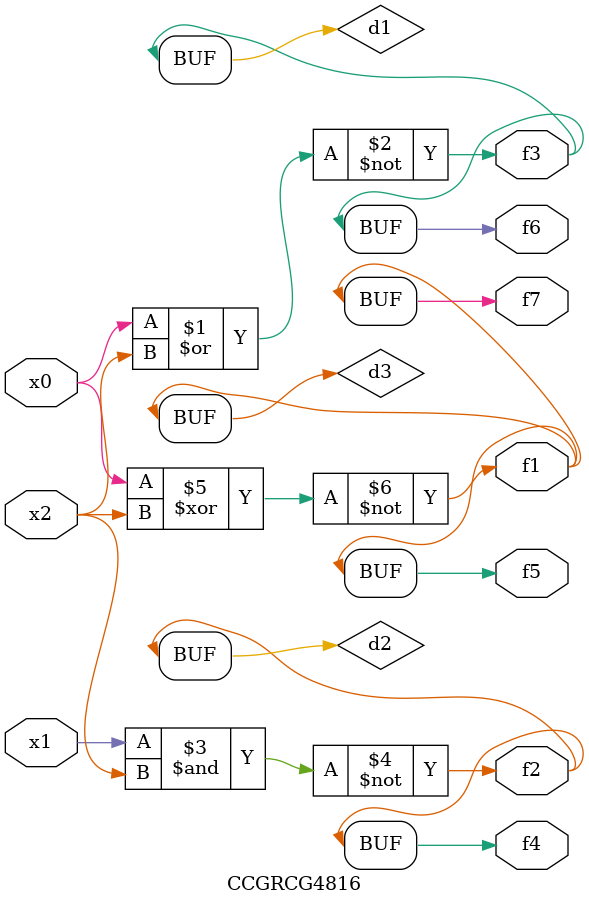
<source format=v>
module CCGRCG4816(
	input x0, x1, x2,
	output f1, f2, f3, f4, f5, f6, f7
);

	wire d1, d2, d3;

	nor (d1, x0, x2);
	nand (d2, x1, x2);
	xnor (d3, x0, x2);
	assign f1 = d3;
	assign f2 = d2;
	assign f3 = d1;
	assign f4 = d2;
	assign f5 = d3;
	assign f6 = d1;
	assign f7 = d3;
endmodule

</source>
